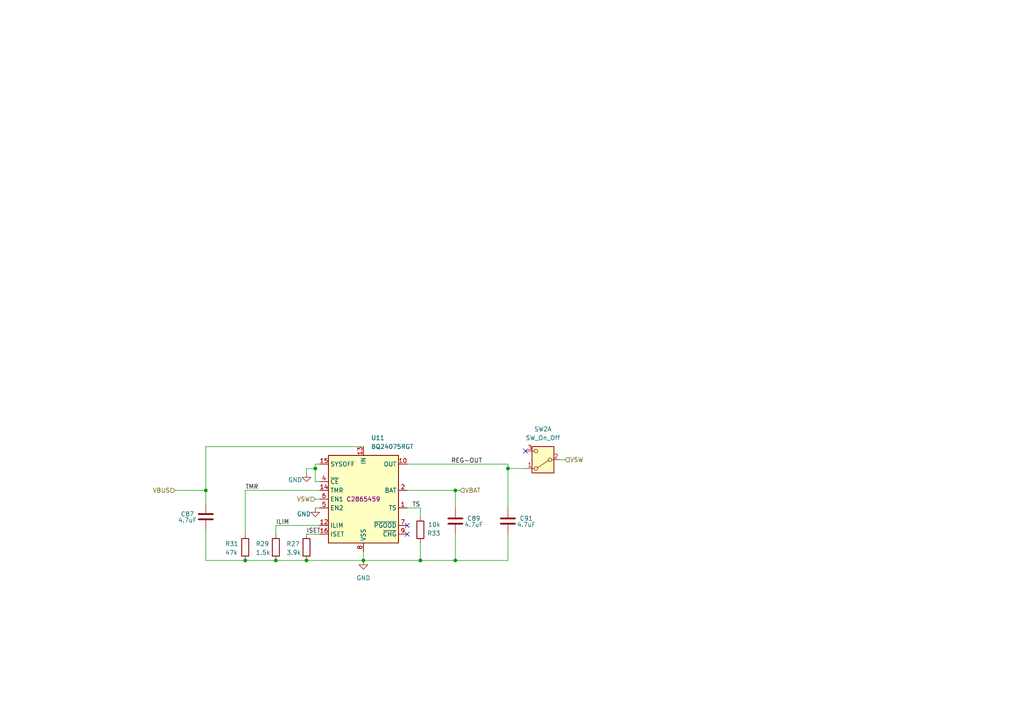
<source format=kicad_sch>
(kicad_sch (version 20250114) (generator "eeschema") (generator_version "9.0")
  (paper "A4")
  (lib_symbols
    (symbol "Battery_Management:BQ24075RGT"
      (property "Reference" "U" (at -8.89 13.97 0))
      (property "Value" "BQ24075RGT" (at 16.51 13.97 0))
      (symbol "BQ24075RGT_0_1"
        (rectangle (start -10.16 12.7) (end 10.16 -12.7) (stroke (width 0.254)) (fill (type background)))
      )
      (symbol "BQ24075RGT_1_1"
        (pin input line (at -12.7 10.16 0) (length 2.54) (name "SYSOFF") (number "15"))
        (pin input line (at -12.7 5.08 0) (length 2.54) (name "~{CE}") (number "4"))
        (pin input line (at -12.7 2.54 0) (length 2.54) (name "TMR") (number "14"))
        (pin input line (at -12.7 0 0) (length 2.54) (name "EN1") (number "6"))
        (pin input line (at -12.7 -2.54 0) (length 2.54) (name "EN2") (number "5"))
        (pin passive line (at -12.7 -7.62 0) (length 2.54) (name "ILIM") (number "12"))
        (pin passive line (at -12.7 -10.16 0) (length 2.54) (name "ISET") (number "16"))
        (pin power_in line (at 0 15.24 270) (length 2.54) (name "IN") (number "13"))
        (pin passive line (at 0 -15.24 90) (length 2.54) (hide yes) (name "VSS") (number "17"))
        (pin power_in line (at 0 -15.24 90) (length 2.54) (name "VSS") (number "8"))
        (pin power_out line (at 12.7 10.16 180) (length 2.54) (name "OUT") (number "10"))
        (pin passive line (at 12.7 10.16 180) (length 2.54) (hide yes) (name "OUT") (number "11"))
        (pin power_out line (at 12.7 2.54 180) (length 2.54) (name "BAT") (number "2"))
        (pin passive line (at 12.7 2.54 180) (length 2.54) (hide yes) (name "BAT") (number "3"))
        (pin passive line (at 12.7 -2.54 180) (length 2.54) (name "TS") (number "1"))
        (pin open_collector line (at 12.7 -7.62 180) (length 2.54) (name "~{PGOOD}") (number "7"))
        (pin open_collector line (at 12.7 -10.16 180) (length 2.54) (name "~{CHG}") (number "9"))
      )
    )
    (symbol "Device:C" (pin_numbers (hide yes)) (pin_names (offset 0.254))
      (property "Reference" "C" (at 0.635 2.54 0))
      (property "Value" "C" (at 0.635 -2.54 0))
      (symbol "C_0_1"
        (polyline (pts (xy -2.032 0.762) (xy 2.032 0.762)) (stroke (width 0.508)))
        (polyline (pts (xy -2.032 -0.762) (xy 2.032 -0.762)) (stroke (width 0.508)))
      )
      (symbol "C_1_1"
        (pin passive line (at 0 3.81 270) (length 2.794) (name "~") (number "1"))
        (pin passive line (at 0 -3.81 90) (length 2.794) (name "~") (number "2"))
      )
    )
    (symbol "Device:R" (pin_numbers (hide yes)) (pin_names (offset 0))
      (property "Reference" "R" (at 2.032 0 90))
      (property "Value" "R" (at 0 0 90))
      (symbol "R_0_1"
        (rectangle (start -1.016 -2.54) (end 1.016 2.54) (stroke (width 0.254)))
      )
      (symbol "R_1_1"
        (pin passive line (at 0 3.81 270) (length 1.27) (name "~") (number "1"))
        (pin passive line (at 0 -3.81 90) (length 1.27) (name "~") (number "2"))
      )
    )
    (symbol "Switch:SW_DPDT_x2" (pin_names (offset 0) (hide yes))
      (property "Reference" "SW" (at 0 5.08 0))
      (property "Value" "SW_DPDT_x2" (at 0 -5.08 0))
      (symbol "SW_DPDT_x2_0_0"
        (circle (center -2.032 0) (radius 0.508))
        (circle (center 2.032 -2.54) (radius 0.508))
      )
      (symbol "SW_DPDT_x2_0_1"
        (rectangle (start -3.175 3.81) (end 3.175 -3.81) (stroke (width 0.254)) (fill (type background)))
        (polyline (pts (xy -1.524 0.254) (xy 1.5748 2.286)))
        (circle (center 2.032 2.54) (radius 0.508))
      )
      (symbol "SW_DPDT_x2_1_1"
        (pin passive line (at -5.08 0 0) (length 2.54) (name "B") (number "2"))
        (pin passive line (at 5.08 2.54 180) (length 2.54) (name "A") (number "1"))
        (pin passive line (at 5.08 -2.54 180) (length 2.54) (name "C") (number "3"))
      )
      (symbol "SW_DPDT_x2_2_1"
        (pin passive line (at -5.08 0 0) (length 2.54) (name "B") (number "5"))
        (pin passive line (at 5.08 2.54 180) (length 2.54) (name "A") (number "4"))
        (pin passive line (at 5.08 -2.54 180) (length 2.54) (name "C") (number "6"))
      )
    )
    (symbol "power:GND" (power) (pin_numbers (hide yes)) (pin_names (offset 0) (hide yes))
      (property "Value" "GND" (at 0 -3.81 0))
      (symbol "GND_0_1"
        (polyline (pts (xy 0 0) (xy 0 -1.27) (xy 1.27 -1.27) (xy 0 -2.54) (xy -1.27 -1.27) (xy 0 -1.27)))
      )
      (symbol "GND_1_1"
        (pin power_in line (at 0 0 270) (length 0) (name "~") (number "1"))
      )
    )
  )
  (junction (at 71.12 162.56))
  (junction (at 147.32 135.89))
  (junction (at 121.92 162.56))
  (junction (at 132.08 142.24))
  (junction (at 105.41 162.56))
  (junction (at 59.69 142.24))
  (junction (at 80.01 162.56))
  (junction (at 88.9 162.56))
  (junction (at 91.44 135.89))
  (junction (at 132.08 162.56))
  (no_connect (at 118.11 152.4))
  (no_connect (at 118.11 154.94))
  (no_connect (at 152.4 130.81))
  (wire (pts (xy 147.32 162.56) (xy 132.08 162.56)))
  (wire (pts (xy 118.11 134.62) (xy 147.32 134.62)))
  (wire (pts (xy 147.32 154.94) (xy 147.32 162.56)))
  (wire (pts (xy 59.69 153.67) (xy 59.69 162.56)))
  (wire (pts (xy 71.12 154.94) (xy 71.12 142.24)))
  (wire (pts (xy 121.92 162.56) (xy 105.41 162.56)))
  (wire (pts (xy 92.71 134.62) (xy 91.44 134.62)))
  (wire (pts (xy 147.32 134.62) (xy 147.32 135.89)))
  (wire (pts (xy 118.11 147.32) (xy 121.92 147.32)))
  (wire (pts (xy 91.44 134.62) (xy 91.44 135.89)))
  (wire (pts (xy 71.12 142.24) (xy 92.71 142.24)))
  (wire (pts (xy 132.08 142.24) (xy 133.35 142.24)))
  (wire (pts (xy 132.08 162.56) (xy 121.92 162.56)))
  (wire (pts (xy 91.44 144.78) (xy 92.71 144.78)))
  (wire (pts (xy 91.44 135.89) (xy 91.44 139.7)))
  (wire (pts (xy 59.69 142.24) (xy 59.69 146.05)))
  (wire (pts (xy 88.9 154.94) (xy 92.71 154.94)))
  (wire (pts (xy 88.9 135.89) (xy 91.44 135.89)))
  (wire (pts (xy 80.01 154.94) (xy 80.01 152.4)))
  (wire (pts (xy 147.32 135.89) (xy 147.32 147.32)))
  (wire (pts (xy 50.8 142.24) (xy 59.69 142.24)))
  (wire (pts (xy 105.41 160.02) (xy 105.41 162.56)))
  (wire (pts (xy 59.69 129.54) (xy 59.69 142.24)))
  (wire (pts (xy 80.01 162.56) (xy 88.9 162.56)))
  (wire (pts (xy 118.11 142.24) (xy 132.08 142.24)))
  (wire (pts (xy 91.44 147.32) (xy 92.71 147.32)))
  (wire (pts (xy 71.12 162.56) (xy 80.01 162.56)))
  (wire (pts (xy 152.4 135.89) (xy 147.32 135.89)))
  (wire (pts (xy 121.92 157.48) (xy 121.92 162.56)))
  (wire (pts (xy 121.92 147.32) (xy 121.92 149.86)))
  (wire (pts (xy 59.69 162.56) (xy 71.12 162.56)))
  (wire (pts (xy 132.08 142.24) (xy 132.08 147.32)))
  (wire (pts (xy 88.9 135.89) (xy 88.9 137.16)))
  (wire (pts (xy 80.01 152.4) (xy 92.71 152.4)))
  (wire (pts (xy 132.08 154.94) (xy 132.08 162.56)))
  (wire (pts (xy 105.41 129.54) (xy 59.69 129.54)))
  (wire (pts (xy 163.83 133.35) (xy 162.56 133.35)))
  (wire (pts (xy 88.9 162.56) (xy 105.41 162.56)))
  (wire (pts (xy 91.44 139.7) (xy 92.71 139.7)))
  (label "TS" (at 121.92 147.32 180))
  (label "TMR" (at 71.12 142.24 0))
  (label "REG-OUT" (at 130.81 134.62 0))
  (label "ISET" (at 88.9 154.94 0))
  (label "ILIM" (at 80.01 152.4 0))
  (hierarchical_label "VSW" (shape input) (at 163.83 133.35 0))
  (hierarchical_label "VSW" (shape input) (at 91.44 144.78 180))
  (hierarchical_label "VBAT" (shape input) (at 133.35 142.24 0))
  (hierarchical_label "VBUS" (shape input) (at 50.8 142.24 180))
  (symbol (lib_id "Battery_Management:BQ24075RGT") (at 105.41 144.78 0) (unit 1)
    (property "Reference" "U11" (at 107.6041 127 0) (effects (justify left)))
    (property "Value" "BQ24075RGT" (at 107.6041 129.54 0) (effects (justify left)))
    (property "Footprint" "Package_DFN_QFN:VQFN-16-1EP_3x3mm_P0.5mm_EP1.6x1.6mm" (effects (hide yes)))
    (property "Datasheet" "http://www.ti.com/lit/ds/symlink/bq24075.pdf" (effects (hide yes)))
    (property "Description" "USB-Friendly Li-Ion Battery Charger and Power-Path Management, VQFN-16" (effects (hide yes)))
    (property "LCSC" "C2865459" (at 105.41 144.78 0))
    (instances (project "" (path "" (reference "U11") (unit 1)) (path "" (reference "U12") (unit 1))))
  )
  (symbol (lib_id "power:GND") (at 88.9 137.16 0) (unit 1)
    (property "Reference" "#PWR04" (effects (hide yes)))
    (property "Value" "GND" (at 85.598 139.192 0))
    (property "Description" "Power symbol creates a global label with name \"GND\" , ground" (effects (hide yes)))
    (instances (project "koeg-board-pcb" (path "" (reference "#PWR04") (unit 1)) (path "" (reference "#PWR016") (unit 1))))
  )
  (symbol (lib_id "Device:C") (at 147.32 151.13 0) (mirror x) (unit 1)
    (property "Reference" "C91" (at 152.654 150.368 0))
    (property "Value" "4.7uF" (at 152.654 152.146 0))
    (property "Footprint" "Capacitor_SMD:C_0402_1005Metric" (effects (hide yes)))
    (property "Description" "Unpolarized capacitor" (effects (hide yes)))
    (property "LCSC" "C307423" (effects (hide yes)))
    (instances (project "koeg-board-pcb" (path "" (reference "C91") (unit 1)) (path "" (reference "C92") (unit 1))))
  )
  (symbol (lib_id "Device:R") (at 80.01 158.75 0) (unit 1)
    (property "Reference" "R29" (at 74.168 157.734 0) (effects (justify left)))
    (property "Value" "1.5k" (at 74.168 160.274 0) (effects (justify left)))
    (property "Footprint" "Resistor_SMD:R_0402_1005Metric" (effects (hide yes)))
    (property "Description" "Resistor" (effects (hide yes)))
    (property "LCSC" "C25867" (effects (hide yes)))
    (instances (project "koeg-board-pcb" (path "" (reference "R29") (unit 1)) (path "" (reference "R30") (unit 1))))
  )
  (symbol (lib_id "Device:R") (at 71.12 158.75 0) (unit 1)
    (property "Reference" "R31" (at 65.278 157.734 0) (effects (justify left)))
    (property "Value" "47k" (at 65.278 160.274 0) (effects (justify left)))
    (property "Footprint" "Resistor_SMD:R_0402_1005Metric" (effects (hide yes)))
    (property "Description" "Resistor" (effects (hide yes)))
    (property "LCSC" " C93943" (effects (hide yes)))
    (instances (project "koeg-board-pcb" (path "" (reference "R31") (unit 1)) (path "" (reference "R32") (unit 1))))
  )
  (symbol (lib_id "Device:C") (at 132.08 151.13 0) (mirror x) (unit 1)
    (property "Reference" "C89" (at 137.414 150.368 0))
    (property "Value" "4.7uF" (at 137.414 152.146 0))
    (property "Footprint" "Capacitor_SMD:C_0402_1005Metric" (effects (hide yes)))
    (property "Description" "Unpolarized capacitor" (effects (hide yes)))
    (property "LCSC" "C307423" (effects (hide yes)))
    (instances (project "koeg-board-pcb" (path "" (reference "C89") (unit 1)) (path "" (reference "C90") (unit 1))))
  )
  (symbol (lib_id "Device:R") (at 88.9 158.75 0) (unit 1)
    (property "Reference" "R27" (at 83.058 157.734 0) (effects (justify left)))
    (property "Value" "3.9k" (at 83.058 160.274 0) (effects (justify left)))
    (property "Footprint" "Resistor_SMD:R_0402_1005Metric" (effects (hide yes)))
    (property "Description" "Resistor" (effects (hide yes)))
    (property "LCSC" "C131467" (effects (hide yes)))
    (instances (project "koeg-board-pcb" (path "" (reference "R27") (unit 1)) (path "" (reference "R28") (unit 1))))
  )
  (symbol (lib_id "power:GND") (at 91.44 147.32 0) (unit 1)
    (property "Reference" "#PWR066" (effects (hide yes)))
    (property "Value" "GND" (at 88.138 149.098 0))
    (property "Description" "Power symbol creates a global label with name \"GND\" , ground" (effects (hide yes)))
    (instances (project "koeg-board-pcb" (path "" (reference "#PWR066") (unit 1)) (path "" (reference "#PWR067") (unit 1))))
  )
  (symbol (lib_id "power:GND") (at 105.41 162.56 0) (unit 1)
    (property "Reference" "#PWR062" (effects (hide yes)))
    (property "Value" "GND" (at 105.41 167.64 0))
    (property "Description" "Power symbol creates a global label with name \"GND\" , ground" (effects (hide yes)))
    (instances (project "koeg-board-pcb" (path "" (reference "#PWR062") (unit 1)) (path "" (reference "#PWR065") (unit 1))))
  )
  (symbol (lib_id "Device:C") (at 59.69 149.86 180) (unit 1)
    (property "Reference" "C87" (at 54.356 149.098 0))
    (property "Value" "4.7uF" (at 54.356 150.876 0))
    (property "Footprint" "Capacitor_SMD:C_0402_1005Metric" (effects (hide yes)))
    (property "Description" "Unpolarized capacitor" (effects (hide yes)))
    (property "LCSC" "C307423" (effects (hide yes)))
    (instances (project "koeg-board-pcb" (path "" (reference "C87") (unit 1)) (path "" (reference "C88") (unit 1))))
  )
  (symbol (lib_id "Switch:SW_DPDT_x2") (at 157.48 133.35 180) (unit 1)
    (property "Reference" "SW2" (at 157.48 124.46 0))
    (property "Value" "SW_On_Off" (at 157.48 127 0))
    (property "Footprint" "Button_Switch_THT:SW_CK_JS202011AQN_DPDT_Angled" (effects (hide yes)))
    (property "Description" "Switch, dual pole double throw, separate symbols" (effects (hide yes)))
    (property "LCSC" "C221662" (effects (hide yes)))
    (instances (project "koeg-board-pcb" (path "" (reference "SW2") (unit 1)) (path "" (reference "SW25") (unit 1))))
  )
  (symbol (lib_id "Device:R") (at 121.92 153.67 180) (unit 1)
    (property "Reference" "R33" (at 127.762 154.686 0) (effects (justify left)))
    (property "Value" "10k" (at 127.762 152.146 0) (effects (justify left)))
    (property "Footprint" "Resistor_SMD:R_0402_1005Metric" (effects (hide yes)))
    (property "Description" "Resistor" (effects (hide yes)))
    (property "LCSC" "C25744" (effects (hide yes)))
    (instances (project "koeg-board-pcb" (path "" (reference "R33") (unit 1)) (path "" (reference "R34") (unit 1))))
  )
)
</source>
